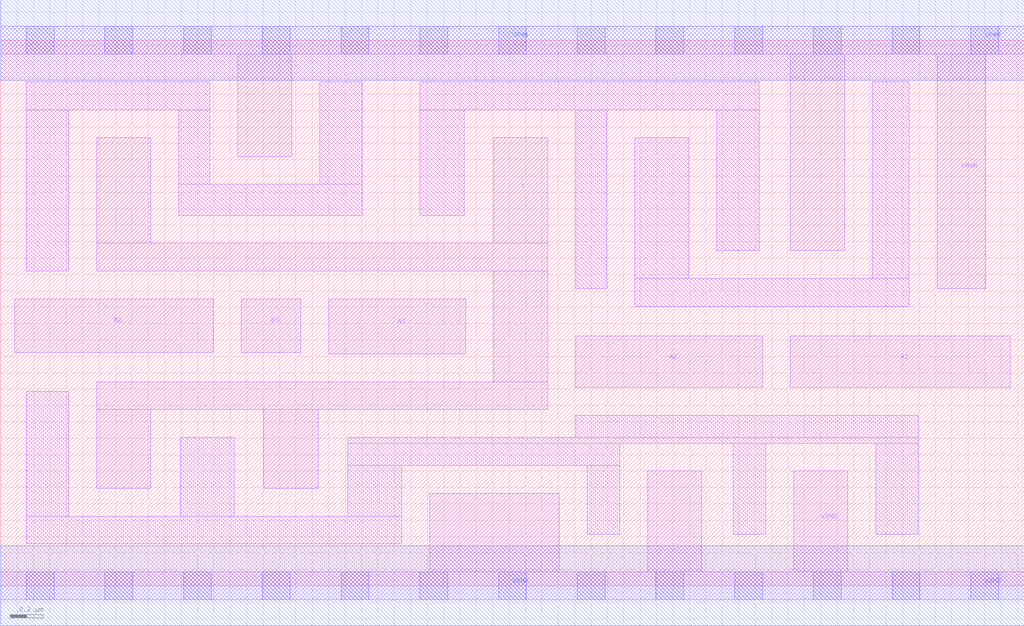
<source format=lef>
# Copyright 2020 The SkyWater PDK Authors
#
# Licensed under the Apache License, Version 2.0 (the "License");
# you may not use this file except in compliance with the License.
# You may obtain a copy of the License at
#
#     https://www.apache.org/licenses/LICENSE-2.0
#
# Unless required by applicable law or agreed to in writing, software
# distributed under the License is distributed on an "AS IS" BASIS,
# WITHOUT WARRANTIES OR CONDITIONS OF ANY KIND, either express or implied.
# See the License for the specific language governing permissions and
# limitations under the License.
#
# SPDX-License-Identifier: Apache-2.0

VERSION 5.7 ;
  NAMESCASESENSITIVE ON ;
  NOWIREEXTENSIONATPIN ON ;
  DIVIDERCHAR "/" ;
  BUSBITCHARS "[]" ;
UNITS
  DATABASE MICRONS 200 ;
END UNITS
MACRO sky130_fd_sc_lp__o32ai_2
  CLASS CORE ;
  SOURCE USER ;
  FOREIGN sky130_fd_sc_lp__o32ai_2 ;
  ORIGIN  0.000000  0.000000 ;
  SIZE  6.240000 BY  3.330000 ;
  SYMMETRY X Y R90 ;
  SITE unit ;
  PIN A1
    ANTENNAGATEAREA  0.630000 ;
    DIRECTION INPUT ;
    USE SIGNAL ;
    PORT
      LAYER li1 ;
        RECT 4.815000 1.210000 6.155000 1.525000 ;
    END
  END A1
  PIN A2
    ANTENNAGATEAREA  0.630000 ;
    DIRECTION INPUT ;
    USE SIGNAL ;
    PORT
      LAYER li1 ;
        RECT 3.505000 1.210000 4.645000 1.525000 ;
    END
  END A2
  PIN A3
    ANTENNAGATEAREA  0.630000 ;
    DIRECTION INPUT ;
    USE SIGNAL ;
    PORT
      LAYER li1 ;
        RECT 2.000000 1.415000 2.835000 1.750000 ;
    END
  END A3
  PIN B1
    ANTENNAGATEAREA  0.630000 ;
    DIRECTION INPUT ;
    USE SIGNAL ;
    PORT
      LAYER li1 ;
        RECT 1.465000 1.425000 1.830000 1.750000 ;
    END
  END B1
  PIN B2
    ANTENNAGATEAREA  0.630000 ;
    DIRECTION INPUT ;
    USE SIGNAL ;
    PORT
      LAYER li1 ;
        RECT 0.085000 1.425000 1.295000 1.750000 ;
    END
  END B2
  PIN Y
    ANTENNADIFFAREA  1.243200 ;
    DIRECTION OUTPUT ;
    USE SIGNAL ;
    PORT
      LAYER li1 ;
        RECT 0.585000 0.595000 0.915000 1.075000 ;
        RECT 0.585000 1.075000 3.335000 1.245000 ;
        RECT 0.585000 1.920000 3.335000 2.090000 ;
        RECT 0.585000 2.090000 0.915000 2.735000 ;
        RECT 1.605000 0.595000 1.935000 1.075000 ;
        RECT 3.005000 1.245000 3.335000 1.920000 ;
        RECT 3.005000 2.090000 3.335000 2.735000 ;
    END
  END Y
  PIN VGND
    DIRECTION INOUT ;
    USE GROUND ;
    PORT
      LAYER li1 ;
        RECT 0.000000 -0.085000 6.240000 0.085000 ;
        RECT 2.615000  0.085000 3.405000 0.565000 ;
        RECT 3.945000  0.085000 4.275000 0.700000 ;
        RECT 4.835000  0.085000 5.165000 0.700000 ;
      LAYER mcon ;
        RECT 0.155000 -0.085000 0.325000 0.085000 ;
        RECT 0.635000 -0.085000 0.805000 0.085000 ;
        RECT 1.115000 -0.085000 1.285000 0.085000 ;
        RECT 1.595000 -0.085000 1.765000 0.085000 ;
        RECT 2.075000 -0.085000 2.245000 0.085000 ;
        RECT 2.555000 -0.085000 2.725000 0.085000 ;
        RECT 3.035000 -0.085000 3.205000 0.085000 ;
        RECT 3.515000 -0.085000 3.685000 0.085000 ;
        RECT 3.995000 -0.085000 4.165000 0.085000 ;
        RECT 4.475000 -0.085000 4.645000 0.085000 ;
        RECT 4.955000 -0.085000 5.125000 0.085000 ;
        RECT 5.435000 -0.085000 5.605000 0.085000 ;
        RECT 5.915000 -0.085000 6.085000 0.085000 ;
      LAYER met1 ;
        RECT 0.000000 -0.245000 6.240000 0.245000 ;
    END
  END VGND
  PIN VPWR
    DIRECTION INOUT ;
    USE POWER ;
    PORT
      LAYER li1 ;
        RECT 0.000000 3.245000 6.240000 3.415000 ;
        RECT 1.445000 2.620000 1.775000 3.245000 ;
        RECT 4.815000 2.045000 5.145000 3.245000 ;
        RECT 5.710000 1.815000 6.005000 3.245000 ;
      LAYER mcon ;
        RECT 0.155000 3.245000 0.325000 3.415000 ;
        RECT 0.635000 3.245000 0.805000 3.415000 ;
        RECT 1.115000 3.245000 1.285000 3.415000 ;
        RECT 1.595000 3.245000 1.765000 3.415000 ;
        RECT 2.075000 3.245000 2.245000 3.415000 ;
        RECT 2.555000 3.245000 2.725000 3.415000 ;
        RECT 3.035000 3.245000 3.205000 3.415000 ;
        RECT 3.515000 3.245000 3.685000 3.415000 ;
        RECT 3.995000 3.245000 4.165000 3.415000 ;
        RECT 4.475000 3.245000 4.645000 3.415000 ;
        RECT 4.955000 3.245000 5.125000 3.415000 ;
        RECT 5.435000 3.245000 5.605000 3.415000 ;
        RECT 5.915000 3.245000 6.085000 3.415000 ;
      LAYER met1 ;
        RECT 0.000000 3.085000 6.240000 3.575000 ;
    END
  END VPWR
  OBS
    LAYER li1 ;
      RECT 0.155000 0.255000 2.445000 0.425000 ;
      RECT 0.155000 0.425000 0.415000 1.185000 ;
      RECT 0.155000 1.920000 0.415000 2.905000 ;
      RECT 0.155000 2.905000 1.275000 3.075000 ;
      RECT 1.085000 2.260000 2.205000 2.450000 ;
      RECT 1.085000 2.450000 1.275000 2.905000 ;
      RECT 1.095000 0.425000 1.425000 0.905000 ;
      RECT 1.945000 2.450000 2.205000 3.075000 ;
      RECT 2.115000 0.425000 2.445000 0.735000 ;
      RECT 2.115000 0.735000 3.775000 0.870000 ;
      RECT 2.115000 0.870000 5.595000 0.905000 ;
      RECT 2.555000 2.260000 2.825000 2.905000 ;
      RECT 2.555000 2.905000 4.625000 3.075000 ;
      RECT 3.505000 0.905000 5.595000 1.040000 ;
      RECT 3.505000 1.815000 3.695000 2.905000 ;
      RECT 3.575000 0.315000 3.775000 0.735000 ;
      RECT 3.865000 1.705000 5.540000 1.875000 ;
      RECT 3.865000 1.875000 4.195000 2.735000 ;
      RECT 4.365000 2.045000 4.625000 2.905000 ;
      RECT 4.465000 0.315000 4.665000 0.870000 ;
      RECT 5.315000 1.875000 5.540000 3.075000 ;
      RECT 5.335000 0.315000 5.595000 0.870000 ;
  END
END sky130_fd_sc_lp__o32ai_2

</source>
